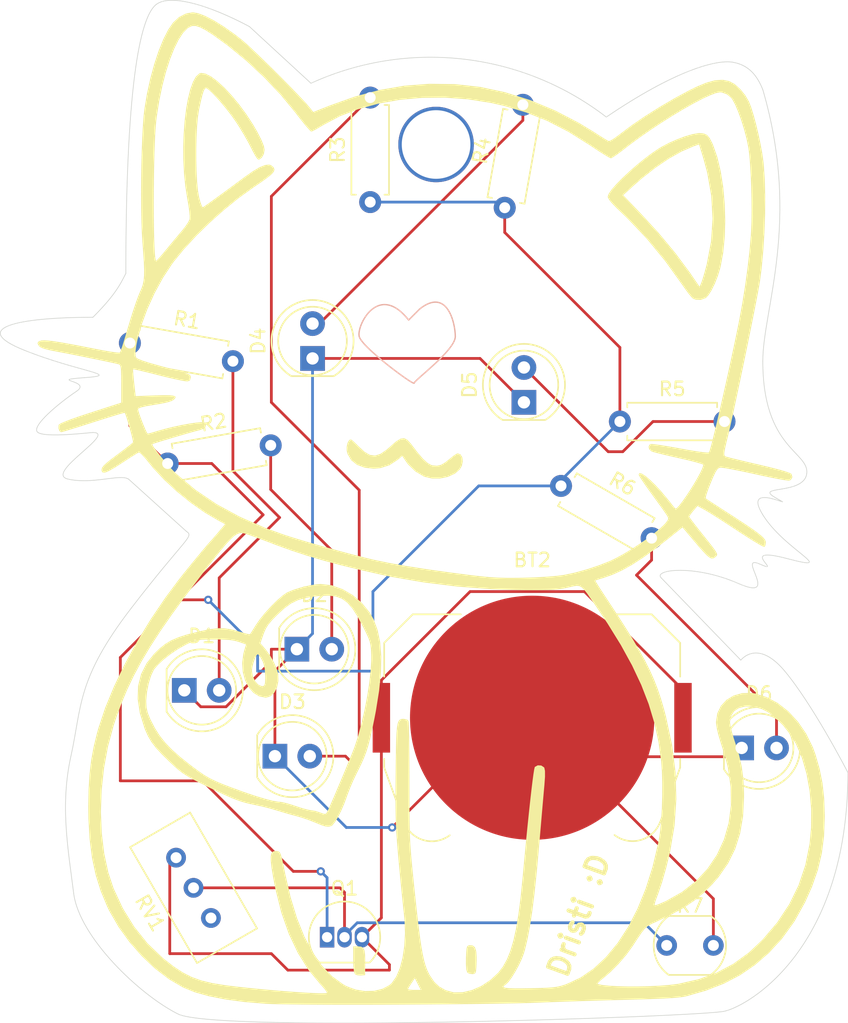
<source format=kicad_pcb>
(kicad_pcb (version 20241229) (generator "pcbnew") (generator_version "9.0")
  (layers (0 "F.Cu" signal) (2 "B.Cu" signal) (13 "F.Paste" user) (15 "B.Paste" user) (5 "F.SilkS" user "F.Silkscreen") (7 "B.SilkS" user "B.Silkscreen") (1 "F.Mask" user) (3 "B.Mask" user) (25 "Edge.Cuts" user))
  (net 0 "")
  (net 1 "Net-(BT2--)")
  (net 2 "Net-(BT2-+)")
  (net 3 "Net-(D1-A)")
  (net 4 "Net-(Q1-B)")
  (net 6 "Net-(D2-A)")
  (net 7 "Net-(D3-A)")
  (net 8 "Net-(D4-A)")
  (net 9 "Net-(D5-A)")
  (net 10 "Net-(D6-A)")
  (net 11 "Net-(Q1-E)")
  (footprint "LED_THT:LED_D5.0mm" (layer "F.Cu") (at 136.26 119)
    (property "Reference" "D2" (at 1.27 -3.96 0) (layer "F.SilkS"))
    (property "Value" "LED")
    (pad "1" thru_hole rect (at 0 0) (size 1.8 1.8) (drill 0.9) (layers "*.Cu" "*.Mask") (net 1 "Net-(BT2--)"))
    (pad "2" thru_hole circle (at 2.54 0) (size 1.8 1.8) (drill 0.9) (layers "*.Cu" "*.Mask") (net 6 "Net-(D2-A)"))
  )
  (footprint "Resistor_THT:R_Axial_DIN0207_L6.3mm_D2.5mm_P7.62mm_Horizontal" (layer "F.Cu") (at 141.6 86.4 90)
    (property "Reference" "R3" (at 3.81 -2.37 90) (layer "F.SilkS"))
    (property "Value" "R")
    (pad "1" thru_hole circle (at 0 0 90) (size 1.6 1.6) (drill 0.8) (layers "*.Cu" "*.Mask") (net 11 "Net-(Q1-E)"))
    (pad "2" thru_hole circle (at 7.62 0 90) (size 1.6 1.6) (drill 0.8) (layers "*.Cu" "*.Mask") (net 7 "Net-(D3-A)"))
  )
  (footprint "LED_THT:LED_D5.0mm" (layer "F.Cu") (at 152.8 101 90)
    (property "Reference" "D5" (at 1.27 -3.96 90) (layer "F.SilkS"))
    (property "Value" "LED")
    (pad "1" thru_hole rect (at 0 0 90) (size 1.8 1.8) (drill 0.9) (layers "*.Cu" "*.Mask") (net 1 "Net-(BT2--)"))
    (pad "2" thru_hole circle (at 2.54 0 90) (size 1.8 1.8) (drill 0.9) (layers "*.Cu" "*.Mask") (net 9 "Net-(D5-A)"))
  )
  (footprint "Potentiometer_THT:Potentiometer_Bourns_3296W_Vertical" (layer "F.Cu") (at 127.46 134.200591 120)
    (property "Reference" "RV1" (at -2.54 -3.66 120) (layer "F.SilkS"))
    (property "Value" "R_Potentiometer")
    (pad "1" thru_hole circle (at 0 0 120) (size 1.44 1.44) (drill 0.8) (layers "*.Cu" "*.Mask") (net 2 "Net-(BT2-+)"))
    (pad "2" thru_hole circle (at -2.54 0 120) (size 1.44 1.44) (drill 0.8) (layers "*.Cu" "*.Mask") (net 4 "Net-(Q1-B)"))
    (pad "3" thru_hole circle (at -5.08 0 120) (size 1.44 1.44) (drill 0.8) (layers "*.Cu" "*.Mask"))
  )
  (footprint "Resistor_THT:R_Axial_DIN0207_L6.3mm_D2.5mm_P7.62mm_Horizontal" (layer "F.Cu") (at 155.500443 107.095 -30)
    (property "Reference" "R6" (at 3.81 -2.37 150) (layer "F.SilkS"))
    (property "Value" "R")
    (pad "1" thru_hole circle (at 0 0 330) (size 1.6 1.6) (drill 0.8) (layers "*.Cu" "*.Mask") (net 11 "Net-(Q1-E)"))
    (pad "2" thru_hole circle (at 7.62 0 330) (size 1.6 1.6) (drill 0.8) (layers "*.Cu" "*.Mask") (net 10 "Net-(D6-A)"))
  )
  (footprint "OptoDevice:R_LDR_5.1x4.3mm_P3.4mm_Vertical" (layer "F.Cu") (at 163.2 140.6)
    (property "Reference" "R7" (at 1.7 -2.9 0) (layer "F.SilkS"))
    (property "Value" "R_Photo")
    (pad "1" thru_hole circle (at 0 0) (size 1.5 1.5) (drill 0.8) (layers "*.Cu" "*.Mask") (net 4 "Net-(Q1-B)"))
    (pad "2" thru_hole circle (at 3.4 0) (size 1.5 1.5) (drill 0.8) (layers "*.Cu" "*.Mask") (net 1 "Net-(BT2--)"))
  )
  (footprint "Package_TO_SOT_THT:TO-92_Inline" (layer "F.Cu") (at 138.46 140)
    (property "Reference" "Q1" (at 1.27 -3.56 0) (layer "F.SilkS"))
    (property "Value" "2N3904")
    (pad "1" thru_hole rect (at 0 0) (size 1.05 1.5) (drill 0.75) (layers "*.Cu" "*.Mask") (net 11 "Net-(Q1-E)"))
    (pad "2" thru_hole oval (at 1.27 0) (size 1.05 1.5) (drill 0.75) (layers "*.Cu" "*.Mask") (net 4 "Net-(Q1-B)"))
    (pad "3" thru_hole oval (at 2.54 0) (size 1.05 1.5) (drill 0.75) (layers "*.Cu" "*.Mask") (net 2 "Net-(BT2-+)"))
  )
  (footprint "LED_THT:LED_D5.0mm" (layer "F.Cu") (at 134.66 126.8)
    (property "Reference" "D3" (at 1.27 -3.96 0) (layer "F.SilkS"))
    (property "Value" "LED")
    (pad "1" thru_hole rect (at 0 0) (size 1.8 1.8) (drill 0.9) (layers "*.Cu" "*.Mask") (net 1 "Net-(BT2--)"))
    (pad "2" thru_hole circle (at 2.54 0) (size 1.8 1.8) (drill 0.9) (layers "*.Cu" "*.Mask") (net 7 "Net-(D3-A)"))
  )
  (footprint "LED_THT:LED_D5.0mm" (layer "F.Cu") (at 128.06 122)
    (property "Reference" "D1" (at 1.27 -3.96 0) (layer "F.SilkS"))
    (property "Value" "LED")
    (pad "1" thru_hole rect (at 0 0) (size 1.8 1.8) (drill 0.9) (layers "*.Cu" "*.Mask") (net 1 "Net-(BT2--)"))
    (pad "2" thru_hole circle (at 2.54 0) (size 1.8 1.8) (drill 0.9) (layers "*.Cu" "*.Mask") (net 3 "Net-(D1-A)"))
  )
  (footprint "Resistor_THT:R_Axial_DIN0207_L6.3mm_D2.5mm_P7.62mm_Horizontal" (layer "F.Cu") (at 124.095765 96.676801 -10)
    (property "Reference" "R1" (at 3.81 -2.37 170) (layer "F.SilkS"))
    (property "Value" "R")
    (pad "1" thru_hole circle (at 0 0 350) (size 1.6 1.6) (drill 0.8) (layers "*.Cu" "*.Mask") (net 11 "Net-(Q1-E)"))
    (pad "2" thru_hole circle (at 7.62 0 350) (size 1.6 1.6) (drill 0.8) (layers "*.Cu" "*.Mask") (net 3 "Net-(D1-A)"))
  )
  (footprint "LOGO" (layer "F.Cu") (at 146.2 108.2)
    (property "Reference" "Dristi :D" (at 10.6 30.2 70) (layer "F.SilkS") (effects (font (size 1.5 1.5) (thickness 0.3))))
    (property "Value" "LOGO" (hide yes))
  )
  (footprint "Battery:BatteryHolder_Keystone_3034_1x20mm" (layer "F.Cu") (at 153.4 124)
    (property "Reference" "BT2" (at 0 -11.5 0) (layer "F.SilkS"))
    (property "Value" "Battery")
    (pad "1" smd rect (at -10.985 0) (size 1.27 5.08) (layers "F.Cu" "F.Mask" "F.Paste") (net 2 "Net-(BT2-+)"))
    (pad "1" smd rect (at 10.985 0) (size 1.27 5.08) (layers "F.Cu" "F.Mask" "F.Paste") (net 2 "Net-(BT2-+)"))
    (pad "2" smd circle (at 0 0) (size 17.8 17.8) (layers "F.Cu" "F.Mask") (net 1 "Net-(BT2--)"))
  )
  (footprint "Resistor_THT:R_Axial_DIN0207_L6.3mm_D2.5mm_P7.62mm_Horizontal" (layer "F.Cu") (at 126.847883 105.4616 10)
    (property "Reference" "R2" (at 3.81 -2.37 10) (layer "F.SilkS"))
    (property "Value" "R")
    (pad "1" thru_hole circle (at 0 0 10) (size 1.6 1.6) (drill 0.8) (layers "*.Cu" "*.Mask") (net 11 "Net-(Q1-E)"))
    (pad "2" thru_hole circle (at 7.62 0 10) (size 1.6 1.6) (drill 0.8) (layers "*.Cu" "*.Mask") (net 6 "Net-(D2-A)"))
  )
  (footprint "LED_THT:LED_D5.0mm" (layer "F.Cu") (at 137.4 97.8 90)
    (property "Reference" "D4" (at 1.27 -3.96 90) (layer "F.SilkS"))
    (property "Value" "LED")
    (pad "1" thru_hole rect (at 0 0 90) (size 1.8 1.8) (drill 0.9) (layers "*.Cu" "*.Mask") (net 1 "Net-(BT2--)"))
    (pad "2" thru_hole circle (at 2.54 0 90) (size 1.8 1.8) (drill 0.9) (layers "*.Cu" "*.Mask") (net 8 "Net-(D4-A)"))
  )
  (footprint "Resistor_THT:R_Axial_DIN0207_L6.3mm_D2.5mm_P7.62mm_Horizontal" (layer "F.Cu") (at 151.4 86.81 80)
    (property "Reference" "R4" (at 3.81 -2.37 80) (layer "F.SilkS"))
    (property "Value" "R")
    (pad "1" thru_hole circle (at 0 0 80) (size 1.6 1.6) (drill 0.8) (layers "*.Cu" "*.Mask") (net 11 "Net-(Q1-E)"))
    (pad "2" thru_hole circle (at 7.62 0 80) (size 1.6 1.6) (drill 0.8) (layers "*.Cu" "*.Mask") (net 8 "Net-(D4-A)"))
  )
  (footprint "LED_THT:LED_D5.0mm" (layer "F.Cu") (at 168.66 126.2)
    (property "Reference" "D6" (at 1.27 -3.96 0) (layer "F.SilkS"))
    (property "Value" "LED")
    (pad "1" thru_hole rect (at 0 0) (size 1.8 1.8) (drill 0.9) (layers "*.Cu" "*.Mask") (net 1 "Net-(BT2--)"))
    (pad "2" thru_hole circle (at 2.54 0) (size 1.8 1.8) (drill 0.9) (layers "*.Cu" "*.Mask") (net 10 "Net-(D6-A)"))
  )
  (footprint "Resistor_THT:R_Axial_DIN0207_L6.3mm_D2.5mm_P7.62mm_Horizontal" (layer "F.Cu") (at 159.79 102.4)
    (property "Reference" "R5" (at 3.81 -2.37 0) (layer "F.SilkS"))
    (property "Value" "R")
    (pad "1" thru_hole circle (at 0 0) (size 1.6 1.6) (drill 0.8) (layers "*.Cu" "*.Mask") (net 11 "Net-(Q1-E)"))
    (pad "2" thru_hole circle (at 7.62 0) (size 1.6 1.6) (drill 0.8) (layers "*.Cu" "*.Mask") (net 9 "Net-(D5-A)"))
  )
  (gr_curve (pts (xy 144.8 99.6) (xy 144.8 99.4) (xy 147.8 97.2) (xy 147.8 96.2)) (stroke (width 0.1)) (layer "B.SilkS"))
  (gr_curve (pts (xy 145.2 94.2) (xy 144.4 95) (xy 144.4 95) (xy 144.4 95)) (stroke (width 0.1)) (layer "B.SilkS"))
  (gr_curve (pts (xy 144.4 95) (xy 142.2 92.2) (xy 140.6 95.4) (xy 140.8 96.2)) (stroke (width 0.1)) (layer "B.SilkS"))
  (gr_curve (pts (xy 140.8 96.2) (xy 141 97) (xy 144.8 99.8) (xy 144.8 99.6)) (stroke (width 0.1)) (layer "B.SilkS"))
  (gr_curve (pts (xy 147.8 96.2) (xy 147.8 95.2) (xy 147.2 92.6) (xy 145.2 94.2)) (stroke (width 0.1)) (layer "B.SilkS"))
  (gr_curve (pts (xy 119.6 106.6) (xy 121.4 107) (xy 123.4 106.2) (xy 124 106.6)) (stroke (width 0.05)) (layer "Edge.Cuts"))
  (gr_curve (pts (xy 168.4 114.2) (xy 165.2 112.8) (xy 162.2 113.2) (xy 162.8 113.8)) (stroke (width 0.05)) (layer "Edge.Cuts"))
  (gr_curve (pts (xy 121.4 94.8) (xy 123 93.2) (xy 123.4 92.4) (xy 123.8 91.6)) (stroke (width 0.05)) (layer "Edge.Cuts"))
  (gr_curve (pts (xy 172 112.4) (xy 168.2 111.4) (xy 171.8 113.6) (xy 170 112.8)) (stroke (width 0.05)) (layer "Edge.Cuts"))
  (gr_curve (pts (xy 120.8 99.2) (xy 118 99.4) (xy 121.4 99.4) (xy 120.2 100.2)) (stroke (width 0.05)) (layer "Edge.Cuts"))
  (gr_curve (pts (xy 171.2 108) (xy 173 109) (xy 168.6 106.6) (xy 170.2 109.2)) (stroke (width 0.05)) (layer "Edge.Cuts"))
  (gr_arc (start 137.284898 77.735714) (mid 148.385325 75.974289) (end 158.8 80.2) (stroke (width 0.05)) (layer "Edge.Cuts"))
  (gr_curve (pts (xy 117.4 103.2) (xy 118 103.6) (xy 121.2 103.2) (xy 121.4 103.2)) (stroke (width 0.05)) (layer "Edge.Cuts"))
  (gr_curve (pts (xy 127.6 145.6) (xy 124.8 144.2) (xy 120.4 140) (xy 120 136.8)) (stroke (width 0.05)) (layer "Edge.Cuts"))
  (gr_line (start 132.8 73.6) (end 137.284898 77.735714) (stroke (width 0.05)) (layer "Edge.Cuts"))
  (gr_curve (pts (xy 168.6 119.8) (xy 168.6 119.8) (xy 169.8 118.2) (xy 171.8 120.6)) (stroke (width 0.05)) (layer "Edge.Cuts"))
  (gr_line (start 162.8 113.8) (end 168.6 119.8) (stroke (width 0.05)) (layer "Edge.Cuts"))
  (gr_curve (pts (xy 126 72) (xy 127 71.2) (xy 129.8 72) (xy 132.8 73.6)) (stroke (width 0.05)) (layer "Edge.Cuts"))
  (gr_curve (pts (xy 170.2 109.2) (xy 171.8 111.8) (xy 175.8 113.4) (xy 172 112.4)) (stroke (width 0.05)) (layer "Edge.Cuts"))
  (gr_curve (pts (xy 128.2 110.4) (xy 128.2 110.4) (xy 128.2 110.4) (xy 128.2 110.4)) (stroke (width 0.05)) (layer "Edge.Cuts"))
  (gr_curve (pts (xy 170.2 78.2) (xy 173 87.8) (xy 170.2 94.2) (xy 170.2 98)) (stroke (width 0.05)) (layer "Edge.Cuts"))
  (gr_curve (pts (xy 120 136.8) (xy 119.6 133.6) (xy 119 130.4) (xy 119.8 126.8)) (stroke (width 0.05)) (layer "Edge.Cuts"))
  (gr_curve (pts (xy 168 76.2) (xy 169.2 76.4) (xy 169.8 77.2) (xy 170.2 78.2)) (stroke (width 0.05)) (layer "Edge.Cuts"))
  (gr_curve (pts (xy 119.8 126.8) (xy 120.6 123.2) (xy 120.2 121.2) (xy 124.2 116)) (stroke (width 0.05)) (layer "Edge.Cuts"))
  (gr_curve (pts (xy 121.4 103.2) (xy 123.2 103.2) (xy 117.8 106.2) (xy 119.6 106.6)) (stroke (width 0.05)) (layer "Edge.Cuts"))
  (gr_curve (pts (xy 173.4 106.2) (xy 173.2 107.8) (xy 169.4 107) (xy 171.2 108)) (stroke (width 0.05)) (layer "Edge.Cuts"))
  (gr_curve (pts (xy 176.4 128) (xy 176.4 140.8) (xy 169.2 145) (xy 167.4 145.4)) (stroke (width 0.05)) (layer "Edge.Cuts"))
  (gr_curve (pts (xy 124 106.6) (xy 128.2 110.4) (xy 128.2 110.4) (xy 128.2 110.4)) (stroke (width 0.05)) (layer "Edge.Cuts"))
  (gr_curve (pts (xy 171.8 120.6) (xy 173.8 123) (xy 176.2 127.6) (xy 176.4 128)) (stroke (width 0.05)) (layer "Edge.Cuts"))
  (gr_curve (pts (xy 116.4 97.2) (xy 120.4 98.8) (xy 123.6 99) (xy 120.8 99.2)) (stroke (width 0.05)) (layer "Edge.Cuts"))
  (gr_curve (pts (xy 123.8 91.6) (xy 123.8 76.8) (xy 125 72.8) (xy 126 72)) (stroke (width 0.05)) (layer "Edge.Cuts"))
  (gr_curve (pts (xy 120.2 100.2) (xy 119 101) (xy 116.8 102.8) (xy 117.4 103.2)) (stroke (width 0.05)) (layer "Edge.Cuts"))
  (gr_curve (pts (xy 158.8 80.2) (xy 163.8 76.8) (xy 166.8 76) (xy 168 76.2)) (stroke (width 0.05)) (layer "Edge.Cuts"))
  (gr_curve (pts (xy 121.4 94.8) (xy 115.8 94.8) (xy 112.4 95.6) (xy 116.4 97.2)) (stroke (width 0.05)) (layer "Edge.Cuts"))
  (gr_curve (pts (xy 167.4 145.4) (xy 165.6 145.8) (xy 130.4 147) (xy 127.6 145.6)) (stroke (width 0.05)) (layer "Edge.Cuts"))
  (gr_curve (pts (xy 170 112.8) (xy 168.2 112) (xy 171.6 115.6) (xy 168.4 114.2)) (stroke (width 0.05)) (layer "Edge.Cuts"))
  (gr_curve (pts (xy 124.2 116) (xy 128.2 110.8) (xy 128.8 110.8) (xy 128.2 110.4)) (stroke (width 0.05)) (layer "Edge.Cuts"))
  (gr_curve (pts (xy 170.2 98) (xy 170.2 104.4) (xy 173.6 104.6) (xy 173.4 106.2)) (stroke (width 0.05)) (layer "Edge.Cuts"))
  (via (at 146.4 82.2) (size 5.5) (drill 5) (layers "F.Cu" "B.Cu") (net 0))
  (segment (start 134.4 119.898471) (end 134.4 119) (width 0.2) (layer "F.Cu") (net 1))
  (segment (start 129.261 123.201) (end 131.097471 123.201) (width 0.2) (layer "F.Cu") (net 1))
  (segment (start 168.66 126.2) (end 168.019 126.841) (width 0.2) (layer "F.Cu") (net 1))
  (segment (start 134.4 119) (end 136.26 119) (width 0.2) (layer "F.Cu") (net 1))
  (segment (start 149.6 97.8) (end 152.8 101) (width 0.2) (layer "F.Cu") (net 1))
  (segment (start 156.241 126.841) (end 153.4 124) (width 0.2) (layer "F.Cu") (net 1))
  (segment (start 128.06 122) (end 129.261 123.201) (width 0.2) (layer "F.Cu") (net 1))
  (segment (start 166.6 140.6) (end 166.6 137.2) (width 0.2) (layer "F.Cu") (net 1))
  (segment (start 149.8 127.6) (end 153.4 124) (width 0.2) (layer "F.Cu") (net 1))
  (segment (start 134.66 126.8) (end 134.66 120.6) (width 0.2) (layer "F.Cu") (net 1))
  (segment (start 137.4 97.8) (end 149.6 97.8) (width 0.2) (layer "F.Cu") (net 1))
  (segment (start 151.2 124) (end 143.2 132) (width 0.2) (layer "F.Cu") (net 1))
  (segment (start 153.4 124) (end 151.2 124) (width 0.2) (layer "F.Cu") (net 1))
  (segment (start 168.019 126.841) (end 156.241 126.841) (width 0.2) (layer "F.Cu") (net 1))
  (segment (start 131.097471 123.201) (end 134.4 119.898471) (width 0.2) (layer "F.Cu") (net 1))
  (segment (start 166.6 137.2) (end 153.4 124) (width 0.2) (layer "F.Cu") (net 1))
  (segment (start 134.66 120.6) (end 136.26 119) (width 0.2) (layer "F.Cu") (net 1))
  (via (at 143.2 132) (size 0.6) (drill 0.3) (layers "F.Cu" "B.Cu") (net 1))
  (segment (start 143.2 132) (end 139.86 132) (width 0.2) (layer "B.Cu") (net 1))
  (segment (start 137.4 97.8) (end 137.4 117.86) (width 0.2) (layer "B.Cu") (net 1))
  (segment (start 137.4 117.86) (end 136.26 119) (width 0.2) (layer "B.Cu") (net 1))
  (segment (start 139.86 132) (end 134.66 126.8) (width 0.2) (layer "B.Cu") (net 1))
  (segment (start 134.4 141.2) (end 135.6 142.4) (width 0.2) (layer "F.Cu") (net 2))
  (segment (start 127.46 134.200591) (end 127 134.660591) (width 0.2) (layer "F.Cu") (net 2))
  (segment (start 143 142.4) (end 143 142) (width 0.2) (layer "F.Cu") (net 2))
  (segment (start 135.6 142.4) (end 143 142.4) (width 0.2) (layer "F.Cu") (net 2))
  (segment (start 142.415 124) (end 142.415 138.585) (width 0.2) (layer "F.Cu") (net 2))
  (segment (start 148.876 114.799) (end 157.211179 114.799) (width 0.2) (layer "F.Cu") (net 2))
  (segment (start 142.415 138.585) (end 141 140) (width 0.2) (layer "F.Cu") (net 2))
  (segment (start 127 141.2) (end 134.4 141.2) (width 0.2) (layer "F.Cu") (net 2))
  (segment (start 127 134.660591) (end 127 141.2) (width 0.2) (layer "F.Cu") (net 2))
  (segment (start 143 142) (end 141 140) (width 0.2) (layer "F.Cu") (net 2))
  (segment (start 164.385 121.972821) (end 164.385 124) (width 0.2) (layer "F.Cu") (net 2))
  (segment (start 142.415 121.26) (end 148.876 114.799) (width 0.2) (layer "F.Cu") (net 2))
  (segment (start 157.211179 114.799) (end 164.385 121.972821) (width 0.2) (layer "F.Cu") (net 2))
  (segment (start 142.415 124) (end 142.415 121.26) (width 0.2) (layer "F.Cu") (net 2))
  (segment (start 131.6 106) (end 135 109.4) (width 0.2) (layer "F.Cu") (net 3))
  (segment (start 135 109.4) (end 130.6 113.8) (width 0.2) (layer "F.Cu") (net 3))
  (segment (start 131.6 98) (end 131.6 106) (width 0.2) (layer "F.Cu") (net 3))
  (segment (start 130.6 113.8) (end 130.6 122) (width 0.2) (layer "F.Cu") (net 3))
  (segment (start 139.73 136.73) (end 139.400295 136.400295) (width 0.2) (layer "F.Cu") (net 4))
  (segment (start 139.73 139.775) (end 139.73 140) (width 0.2) (layer "F.Cu") (net 4))
  (segment (start 139.400295 136.400295) (end 128.73 136.400295) (width 0.2) (layer "F.Cu") (net 4))
  (segment (start 139.73 140) (end 139.73 136.73) (width 0.2) (layer "F.Cu") (net 4))
  (segment (start 161.549 138.949) (end 163.2 140.6) (width 0.2) (layer "B.Cu") (net 4))
  (segment (start 139.73 139.87686) (end 140.65786 138.949) (width 0.2) (layer "B.Cu") (net 4))
  (segment (start 139.73 140) (end 139.73 139.87686) (width 0.2) (layer "B.Cu") (net 4))
  (segment (start 140.65786 138.949) (end 161.549 138.949) (width 0.2) (layer "B.Cu") (net 4))
  (segment (start 139.73 139.775) (end 139.73 140) (width 0.2) (layer "B.Cu") (net 4))
  (segment (start 138.8 111.8) (end 138.8 119) (width 0.2) (layer "F.Cu") (net 6))
  (segment (start 134.352118 107.352118) (end 138.8 111.8) (width 0.2) (layer "F.Cu") (net 6))
  (segment (start 134.352118 104.138401) (end 134.352118 107.352118) (width 0.2) (layer "F.Cu") (net 6))
  (segment (start 141.6 78.78) (end 134.4 85.98) (width 0.2) (layer "F.Cu") (net 7))
  (segment (start 139.8 126.8) (end 137.2 126.8) (width 0.2) (layer "F.Cu") (net 7))
  (segment (start 140.8 127.4) (end 140.4 127.4) (width 0.2) (layer "F.Cu") (net 7))
  (segment (start 134.4 85.98) (end 134.4 101) (width 0.2) (layer "F.Cu") (net 7))
  (segment (start 140.4 127.4) (end 139.8 126.8) (width 0.2) (layer "F.Cu") (net 7))
  (segment (start 134.4 101) (end 140.8 107.4) (width 0.2) (layer "F.Cu") (net 7))
  (segment (start 140.8 107.4) (end 140.8 127.4) (width 0.2) (layer "F.Cu") (net 7))
  (segment (start 137.900334 95.26) (end 137.4 95.26) (width 0.2) (layer "F.Cu") (net 8))
  (segment (start 138.14 95.26) (end 137.4 95.26) (width 0.2) (layer "F.Cu") (net 8))
  (segment (start 152.723199 79.305765) (end 152.723199 80.437135) (width 0.2) (layer "F.Cu") (net 8))
  (segment (start 152.723199 80.437135) (end 137.900334 95.26) (width 0.2) (layer "F.Cu") (net 8))
  (segment (start 167.41 102.4) (end 162.2 102.4) (width 0.2) (layer "F.Cu") (net 9))
  (segment (start 162.2 102.4) (end 160 104.6) (width 0.2) (layer "F.Cu") (net 9))
  (segment (start 160 104.6) (end 158.94 104.6) (width 0.2) (layer "F.Cu") (net 9))
  (segment (start 158.94 104.6) (end 152.8 98.46) (width 0.2) (layer "F.Cu") (net 9))
  (segment (start 161 113.6) (end 171.2 123.8) (width 0.2) (layer "F.Cu") (net 10))
  (segment (start 171.2 123.8) (end 171.2 126.2) (width 0.2) (layer "F.Cu") (net 10))
  (segment (start 162.099557 112.500443) (end 161 113.6) (width 0.2) (layer "F.Cu") (net 10))
  (segment (start 162.099557 110.905) (end 162.099557 112.500443) (width 0.2) (layer "F.Cu") (net 10))
  (segment (start 159.79 102.4) (end 159.79 97) (width 0.2) (layer "F.Cu") (net 11))
  (segment (start 124.095765 96.676801) (end 124.095765 102.709482) (width 0.2) (layer "F.Cu") (net 11))
  (segment (start 151.4 88.61) (end 159.79 97) (width 0.2) (layer "F.Cu") (net 11))
  (segment (start 126.847883 105.4616) (end 130.0616 105.4616) (width 0.2) (layer "F.Cu") (net 11))
  (segment (start 123.4 119.6) (end 123.4 128.6) (width 0.2) (layer "F.Cu") (net 11))
  (segment (start 127.6 115.4) (end 129.8 115.4) (width 0.2) (layer "F.Cu") (net 11))
  (segment (start 130.0616 105.4616) (end 133.8 109.2) (width 0.2) (layer "F.Cu") (net 11))
  (segment (start 127.1 115.9) (end 123.4 119.6) (width 0.2) (layer "F.Cu") (net 11))
  (segment (start 151.4 86.81) (end 151.4 88.61) (width 0.2) (layer "F.Cu") (net 11))
  (segment (start 133.8 109.2) (end 127.1 115.9) (width 0.2) (layer "F.Cu") (net 11))
  (segment (start 123.4 128.6) (end 129.4 128.6) (width 0.2) (layer "F.Cu") (net 11))
  (segment (start 129.4 128.6) (end 136 135.2) (width 0.2) (layer "F.Cu") (net 11))
  (segment (start 136 135.2) (end 138 135.2) (width 0.2) (layer "F.Cu") (net 11))
  (segment (start 127.1 115.9) (end 127.6 115.4) (width 0.2) (layer "F.Cu") (net 11))
  (segment (start 124.095765 102.709482) (end 126.847883 105.4616) (width 0.2) (layer "F.Cu") (net 11))
  (via (at 129.8 115.4) (size 0.6) (drill 0.3) (layers "F.Cu" "B.Cu") (net 11))
  (via (at 138 135.2) (size 0.6) (drill 0.3) (layers "F.Cu" "B.Cu") (net 11))
  (segment (start 133.4 119) (end 133.4 120.6) (width 0.2) (layer "B.Cu") (net 11))
  (segment (start 155.500443 106.689557) (end 155.500443 107.095) (width 0.2) (layer "B.Cu") (net 11))
  (segment (start 141.8 114.8) (end 149.505 107.095) (width 0.2) (layer "B.Cu") (net 11))
  (segment (start 141.6 86.4) (end 150.99 86.4) (width 0.2) (layer "B.Cu") (net 11))
  (segment (start 141.8 120.6) (end 141.8 114.8) (width 0.2) (layer "B.Cu") (net 11))
  (segment (start 133.4 120.6) (end 141.8 120.6) (width 0.2) (layer "B.Cu") (net 11))
  (segment (start 149.505 107.095) (end 155.500443 107.095) (width 0.2) (layer "B.Cu") (net 11))
  (segment (start 138.46 135.66) (end 138.46 140) (width 0.2) (layer "B.Cu") (net 11))
  (segment (start 129.8 115.4) (end 133.4 119) (width 0.2) (layer "B.Cu") (net 11))
  (segment (start 159.79 102.4) (end 155.500443 106.689557) (width 0.2) (layer "B.Cu") (net 11))
  (segment (start 150.99 86.4) (end 151.4 86.81) (width 0.2) (layer "B.Cu") (net 11))
  (segment (start 138 135.2) (end 138.46 135.66) (width 0.2) (layer "B.Cu") (net 11))
)
</source>
